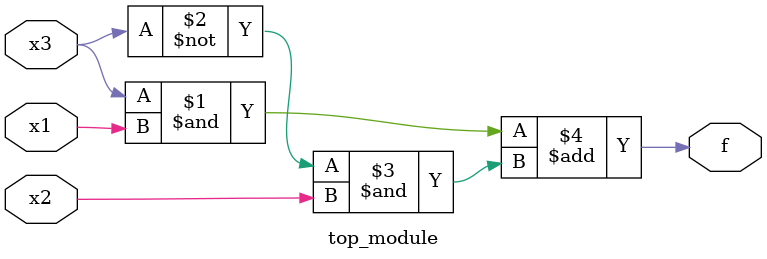
<source format=v>
module top_module( 
    input x3,
    input x2,
    input x1,  // three inputs
    output f   // one output
);
    
    assign f = (x3&x1)+((~x3)&x2);

endmodule


</source>
